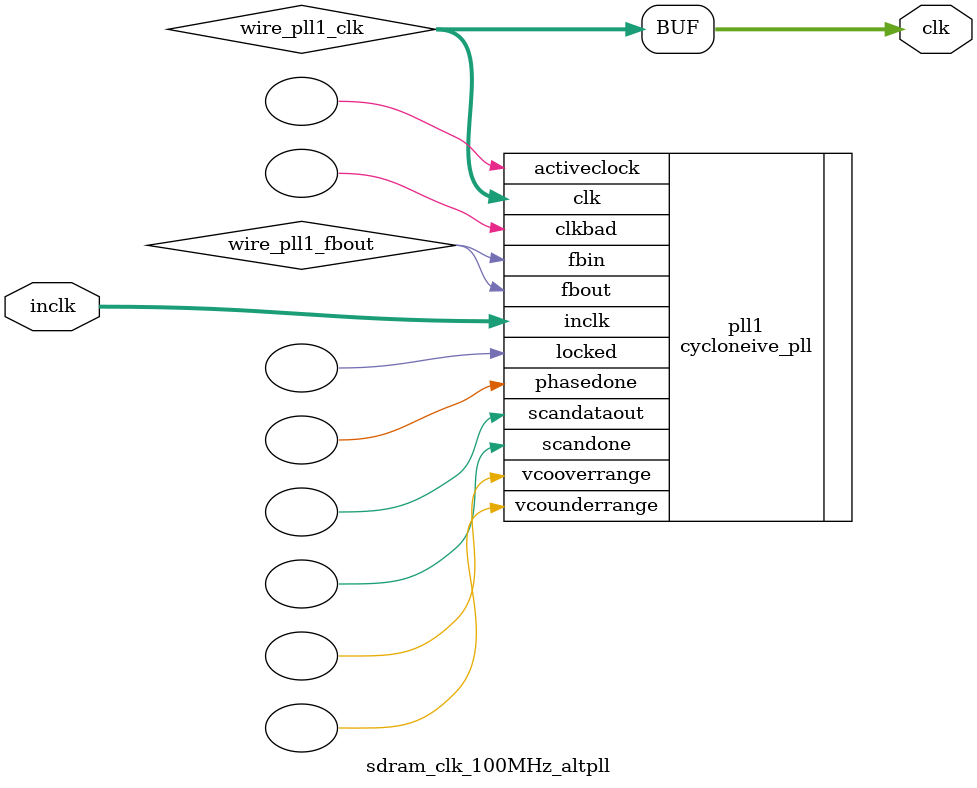
<source format=v>






//synthesis_resources = cycloneive_pll 1 
//synopsys translate_off
`timescale 1 ps / 1 ps
//synopsys translate_on
module  sdram_clk_100MHz_altpll
	( 
	clk,
	inclk) /* synthesis synthesis_clearbox=1 */;
	output   [4:0]  clk;
	input   [1:0]  inclk;
`ifndef ALTERA_RESERVED_QIS
// synopsys translate_off
`endif
	tri0   [1:0]  inclk;
`ifndef ALTERA_RESERVED_QIS
// synopsys translate_on
`endif

	wire  [4:0]   wire_pll1_clk;
	wire  wire_pll1_fbout;

	cycloneive_pll   pll1
	( 
	.activeclock(),
	.clk(wire_pll1_clk),
	.clkbad(),
	.fbin(wire_pll1_fbout),
	.fbout(wire_pll1_fbout),
	.inclk(inclk),
	.locked(),
	.phasedone(),
	.scandataout(),
	.scandone(),
	.vcooverrange(),
	.vcounderrange()
	`ifndef FORMAL_VERIFICATION
	// synopsys translate_off
	`endif
	,
	.areset(1'b0),
	.clkswitch(1'b0),
	.configupdate(1'b0),
	.pfdena(1'b1),
	.phasecounterselect({3{1'b0}}),
	.phasestep(1'b0),
	.phaseupdown(1'b0),
	.scanclk(1'b0),
	.scanclkena(1'b1),
	.scandata(1'b0)
	`ifndef FORMAL_VERIFICATION
	// synopsys translate_on
	`endif
	);
	defparam
		pll1.bandwidth_type = "auto",
		pll1.clk0_divide_by = 1,
		pll1.clk0_duty_cycle = 50,
		pll1.clk0_multiply_by = 2,
		pll1.clk0_phase_shift = "0",
		pll1.compensate_clock = "clk0",
		pll1.inclk0_input_frequency = 20000,
		pll1.operation_mode = "normal",
		pll1.pll_type = "auto",
		pll1.lpm_type = "cycloneive_pll";
	assign
		clk = {wire_pll1_clk[4:0]};
endmodule //sdram_clk_100MHz_altpll
//VALID FILE

</source>
